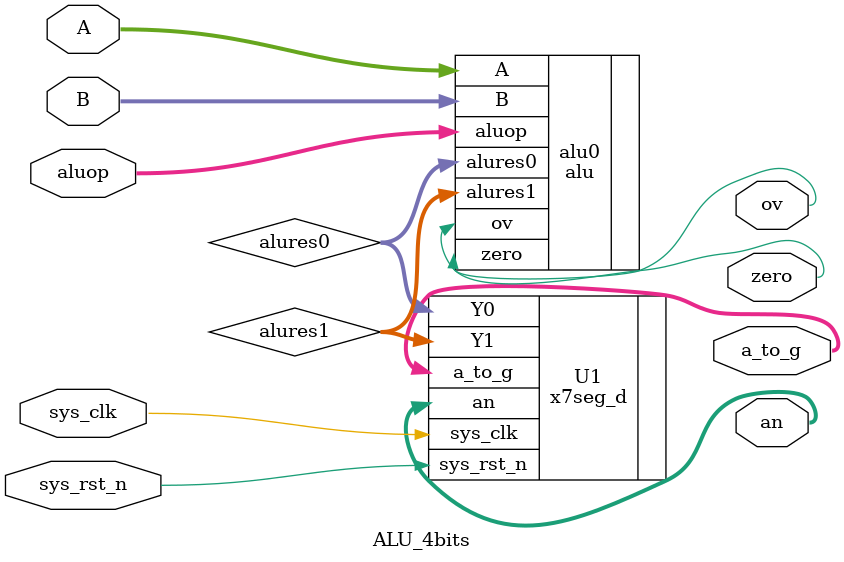
<source format=sv>
`define SIM
module ALU_4bits(
        input sys_clk,
        input sys_rst_n,
        input [3 : 0] A,
        input [3 : 0] B,
        input [3 : 0] aluop,
        output ov,
        output zero,
        output logic    [3 : 0]  an,
        output logic    [7 : 0]  a_to_g
    );
    
    reg [3 : 0] alures0, alures1;
    //调用alu模块
    alu alu0(
        .A(A),
        .B(B),
        .aluop(aluop),
        .alures0(alures0),
        .alures1(alures1),
        .ov(ov),
        .zero(zero)
    );
    
    x7seg_d U1(
    .sys_clk    (sys_clk),
    .sys_rst_n  (sys_rst_n),
    .Y0         (alures0),
    .Y1         (alures1),
    .an         (an),
    .a_to_g     (a_to_g)
    );  

    //根据输出去点亮8段数码显示管
    
    
endmodule
</source>
